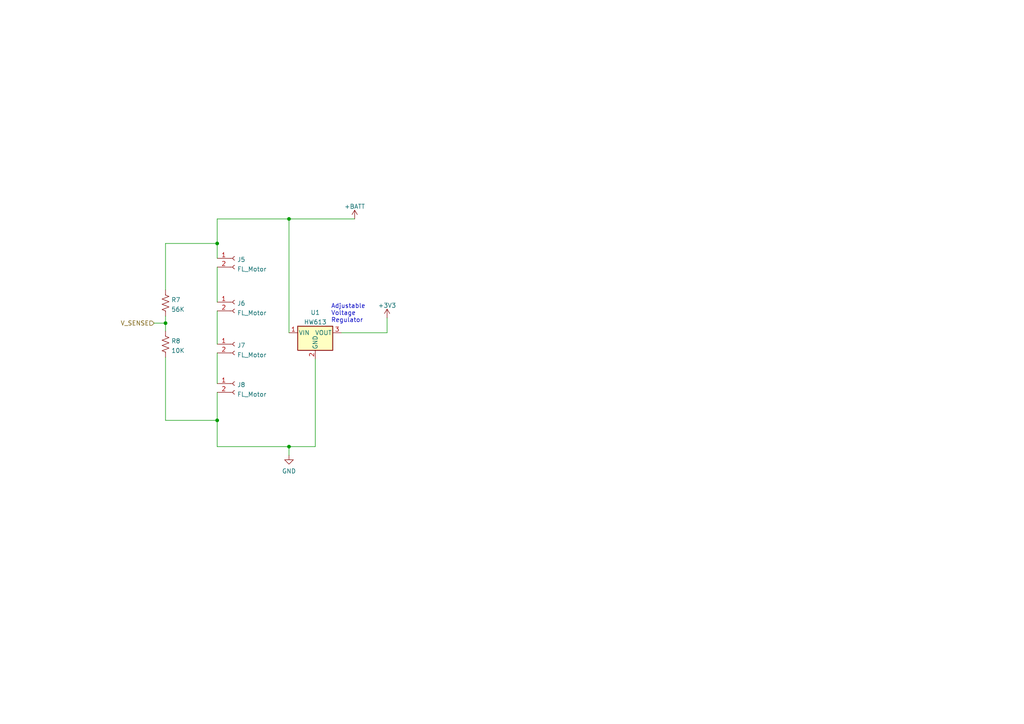
<source format=kicad_sch>
(kicad_sch (version 20211123) (generator eeschema)

  (uuid a0e9c81c-68f1-46d7-b488-7a72b177c06d)

  (paper "A4")

  (title_block
    (title "Power Supply")
    (date "2022-02-03")
    (rev "1.0")
  )

  (lib_symbols
    (symbol "Connector:Conn_01x02_Female" (pin_names (offset 1.016) hide) (in_bom yes) (on_board yes)
      (property "Reference" "J" (id 0) (at 0 2.54 0)
        (effects (font (size 1.27 1.27)))
      )
      (property "Value" "Conn_01x02_Female" (id 1) (at 0 -5.08 0)
        (effects (font (size 1.27 1.27)))
      )
      (property "Footprint" "" (id 2) (at 0 0 0)
        (effects (font (size 1.27 1.27)) hide)
      )
      (property "Datasheet" "~" (id 3) (at 0 0 0)
        (effects (font (size 1.27 1.27)) hide)
      )
      (property "ki_keywords" "connector" (id 4) (at 0 0 0)
        (effects (font (size 1.27 1.27)) hide)
      )
      (property "ki_description" "Generic connector, single row, 01x02, script generated (kicad-library-utils/schlib/autogen/connector/)" (id 5) (at 0 0 0)
        (effects (font (size 1.27 1.27)) hide)
      )
      (property "ki_fp_filters" "Connector*:*_1x??_*" (id 6) (at 0 0 0)
        (effects (font (size 1.27 1.27)) hide)
      )
      (symbol "Conn_01x02_Female_1_1"
        (arc (start 0 -2.032) (mid -0.508 -2.54) (end 0 -3.048)
          (stroke (width 0.1524) (type default) (color 0 0 0 0))
          (fill (type none))
        )
        (polyline
          (pts
            (xy -1.27 -2.54)
            (xy -0.508 -2.54)
          )
          (stroke (width 0.1524) (type default) (color 0 0 0 0))
          (fill (type none))
        )
        (polyline
          (pts
            (xy -1.27 0)
            (xy -0.508 0)
          )
          (stroke (width 0.1524) (type default) (color 0 0 0 0))
          (fill (type none))
        )
        (arc (start 0 0.508) (mid -0.508 0) (end 0 -0.508)
          (stroke (width 0.1524) (type default) (color 0 0 0 0))
          (fill (type none))
        )
        (pin passive line (at -5.08 0 0) (length 3.81)
          (name "Pin_1" (effects (font (size 1.27 1.27))))
          (number "1" (effects (font (size 1.27 1.27))))
        )
        (pin passive line (at -5.08 -2.54 0) (length 3.81)
          (name "Pin_2" (effects (font (size 1.27 1.27))))
          (number "2" (effects (font (size 1.27 1.27))))
        )
      )
    )
    (symbol "Device:R_US" (pin_numbers hide) (pin_names (offset 0)) (in_bom yes) (on_board yes)
      (property "Reference" "R" (id 0) (at 2.54 0 90)
        (effects (font (size 1.27 1.27)))
      )
      (property "Value" "R_US" (id 1) (at -2.54 0 90)
        (effects (font (size 1.27 1.27)))
      )
      (property "Footprint" "" (id 2) (at 1.016 -0.254 90)
        (effects (font (size 1.27 1.27)) hide)
      )
      (property "Datasheet" "~" (id 3) (at 0 0 0)
        (effects (font (size 1.27 1.27)) hide)
      )
      (property "ki_keywords" "R res resistor" (id 4) (at 0 0 0)
        (effects (font (size 1.27 1.27)) hide)
      )
      (property "ki_description" "Resistor, US symbol" (id 5) (at 0 0 0)
        (effects (font (size 1.27 1.27)) hide)
      )
      (property "ki_fp_filters" "R_*" (id 6) (at 0 0 0)
        (effects (font (size 1.27 1.27)) hide)
      )
      (symbol "R_US_0_1"
        (polyline
          (pts
            (xy 0 -2.286)
            (xy 0 -2.54)
          )
          (stroke (width 0) (type default) (color 0 0 0 0))
          (fill (type none))
        )
        (polyline
          (pts
            (xy 0 2.286)
            (xy 0 2.54)
          )
          (stroke (width 0) (type default) (color 0 0 0 0))
          (fill (type none))
        )
        (polyline
          (pts
            (xy 0 -0.762)
            (xy 1.016 -1.143)
            (xy 0 -1.524)
            (xy -1.016 -1.905)
            (xy 0 -2.286)
          )
          (stroke (width 0) (type default) (color 0 0 0 0))
          (fill (type none))
        )
        (polyline
          (pts
            (xy 0 0.762)
            (xy 1.016 0.381)
            (xy 0 0)
            (xy -1.016 -0.381)
            (xy 0 -0.762)
          )
          (stroke (width 0) (type default) (color 0 0 0 0))
          (fill (type none))
        )
        (polyline
          (pts
            (xy 0 2.286)
            (xy 1.016 1.905)
            (xy 0 1.524)
            (xy -1.016 1.143)
            (xy 0 0.762)
          )
          (stroke (width 0) (type default) (color 0 0 0 0))
          (fill (type none))
        )
      )
      (symbol "R_US_1_1"
        (pin passive line (at 0 3.81 270) (length 1.27)
          (name "~" (effects (font (size 1.27 1.27))))
          (number "1" (effects (font (size 1.27 1.27))))
        )
        (pin passive line (at 0 -3.81 90) (length 1.27)
          (name "~" (effects (font (size 1.27 1.27))))
          (number "2" (effects (font (size 1.27 1.27))))
        )
      )
    )
    (symbol "Regulator_Linear:AP2204R-3.3" (pin_names (offset 0.254)) (in_bom yes) (on_board yes)
      (property "Reference" "U" (id 0) (at -5.08 3.175 0)
        (effects (font (size 1.27 1.27)) (justify left))
      )
      (property "Value" "AP2204R-3.3" (id 1) (at 0 3.175 0)
        (effects (font (size 1.27 1.27)) (justify left))
      )
      (property "Footprint" "Package_TO_SOT_SMD:SOT-89-3" (id 2) (at 0 5.715 0)
        (effects (font (size 1.27 1.27)) hide)
      )
      (property "Datasheet" "https://www.diodes.com/assets/Datasheets/AP2204.pdf" (id 3) (at 0 0 0)
        (effects (font (size 1.27 1.27)) hide)
      )
      (property "ki_keywords" "linear regulator ldo fixed positive" (id 4) (at 0 0 0)
        (effects (font (size 1.27 1.27)) hide)
      )
      (property "ki_description" "150mA low dropout linear regulator, wide input voltage range, 3.3V fixed positive output, SOT-89-3 package" (id 5) (at 0 0 0)
        (effects (font (size 1.27 1.27)) hide)
      )
      (property "ki_fp_filters" "SOT?89*" (id 6) (at 0 0 0)
        (effects (font (size 1.27 1.27)) hide)
      )
      (symbol "AP2204R-3.3_0_1"
        (rectangle (start -5.08 1.905) (end 5.08 -5.08)
          (stroke (width 0.254) (type default) (color 0 0 0 0))
          (fill (type background))
        )
      )
      (symbol "AP2204R-3.3_1_1"
        (pin power_in line (at -7.62 0 0) (length 2.54)
          (name "VIN" (effects (font (size 1.27 1.27))))
          (number "1" (effects (font (size 1.27 1.27))))
        )
        (pin power_in line (at 0 -7.62 90) (length 2.54)
          (name "GND" (effects (font (size 1.27 1.27))))
          (number "2" (effects (font (size 1.27 1.27))))
        )
        (pin power_out line (at 7.62 0 180) (length 2.54)
          (name "VOUT" (effects (font (size 1.27 1.27))))
          (number "3" (effects (font (size 1.27 1.27))))
        )
      )
    )
    (symbol "power:+3V3" (power) (pin_names (offset 0)) (in_bom yes) (on_board yes)
      (property "Reference" "#PWR" (id 0) (at 0 -3.81 0)
        (effects (font (size 1.27 1.27)) hide)
      )
      (property "Value" "+3V3" (id 1) (at 0 3.556 0)
        (effects (font (size 1.27 1.27)))
      )
      (property "Footprint" "" (id 2) (at 0 0 0)
        (effects (font (size 1.27 1.27)) hide)
      )
      (property "Datasheet" "" (id 3) (at 0 0 0)
        (effects (font (size 1.27 1.27)) hide)
      )
      (property "ki_keywords" "power-flag" (id 4) (at 0 0 0)
        (effects (font (size 1.27 1.27)) hide)
      )
      (property "ki_description" "Power symbol creates a global label with name \"+3V3\"" (id 5) (at 0 0 0)
        (effects (font (size 1.27 1.27)) hide)
      )
      (symbol "+3V3_0_1"
        (polyline
          (pts
            (xy -0.762 1.27)
            (xy 0 2.54)
          )
          (stroke (width 0) (type default) (color 0 0 0 0))
          (fill (type none))
        )
        (polyline
          (pts
            (xy 0 0)
            (xy 0 2.54)
          )
          (stroke (width 0) (type default) (color 0 0 0 0))
          (fill (type none))
        )
        (polyline
          (pts
            (xy 0 2.54)
            (xy 0.762 1.27)
          )
          (stroke (width 0) (type default) (color 0 0 0 0))
          (fill (type none))
        )
      )
      (symbol "+3V3_1_1"
        (pin power_in line (at 0 0 90) (length 0) hide
          (name "+3V3" (effects (font (size 1.27 1.27))))
          (number "1" (effects (font (size 1.27 1.27))))
        )
      )
    )
    (symbol "power:+BATT" (power) (pin_names (offset 0)) (in_bom yes) (on_board yes)
      (property "Reference" "#PWR" (id 0) (at 0 -3.81 0)
        (effects (font (size 1.27 1.27)) hide)
      )
      (property "Value" "+BATT" (id 1) (at 0 3.556 0)
        (effects (font (size 1.27 1.27)))
      )
      (property "Footprint" "" (id 2) (at 0 0 0)
        (effects (font (size 1.27 1.27)) hide)
      )
      (property "Datasheet" "" (id 3) (at 0 0 0)
        (effects (font (size 1.27 1.27)) hide)
      )
      (property "ki_keywords" "power-flag battery" (id 4) (at 0 0 0)
        (effects (font (size 1.27 1.27)) hide)
      )
      (property "ki_description" "Power symbol creates a global label with name \"+BATT\"" (id 5) (at 0 0 0)
        (effects (font (size 1.27 1.27)) hide)
      )
      (symbol "+BATT_0_1"
        (polyline
          (pts
            (xy -0.762 1.27)
            (xy 0 2.54)
          )
          (stroke (width 0) (type default) (color 0 0 0 0))
          (fill (type none))
        )
        (polyline
          (pts
            (xy 0 0)
            (xy 0 2.54)
          )
          (stroke (width 0) (type default) (color 0 0 0 0))
          (fill (type none))
        )
        (polyline
          (pts
            (xy 0 2.54)
            (xy 0.762 1.27)
          )
          (stroke (width 0) (type default) (color 0 0 0 0))
          (fill (type none))
        )
      )
      (symbol "+BATT_1_1"
        (pin power_in line (at 0 0 90) (length 0) hide
          (name "+BATT" (effects (font (size 1.27 1.27))))
          (number "1" (effects (font (size 1.27 1.27))))
        )
      )
    )
    (symbol "power:GND" (power) (pin_names (offset 0)) (in_bom yes) (on_board yes)
      (property "Reference" "#PWR" (id 0) (at 0 -6.35 0)
        (effects (font (size 1.27 1.27)) hide)
      )
      (property "Value" "GND" (id 1) (at 0 -3.81 0)
        (effects (font (size 1.27 1.27)))
      )
      (property "Footprint" "" (id 2) (at 0 0 0)
        (effects (font (size 1.27 1.27)) hide)
      )
      (property "Datasheet" "" (id 3) (at 0 0 0)
        (effects (font (size 1.27 1.27)) hide)
      )
      (property "ki_keywords" "power-flag" (id 4) (at 0 0 0)
        (effects (font (size 1.27 1.27)) hide)
      )
      (property "ki_description" "Power symbol creates a global label with name \"GND\" , ground" (id 5) (at 0 0 0)
        (effects (font (size 1.27 1.27)) hide)
      )
      (symbol "GND_0_1"
        (polyline
          (pts
            (xy 0 0)
            (xy 0 -1.27)
            (xy 1.27 -1.27)
            (xy 0 -2.54)
            (xy -1.27 -1.27)
            (xy 0 -1.27)
          )
          (stroke (width 0) (type default) (color 0 0 0 0))
          (fill (type none))
        )
      )
      (symbol "GND_1_1"
        (pin power_in line (at 0 0 270) (length 0) hide
          (name "GND" (effects (font (size 1.27 1.27))))
          (number "1" (effects (font (size 1.27 1.27))))
        )
      )
    )
  )

  (junction (at 48.006 93.726) (diameter 0) (color 0 0 0 0)
    (uuid 14e8b4a0-2028-465c-af28-f782e4873dfb)
  )
  (junction (at 62.992 121.92) (diameter 0) (color 0 0 0 0)
    (uuid 65aa4080-5ab2-4e7e-b7f7-a04be696d30d)
  )
  (junction (at 83.82 129.54) (diameter 0) (color 0 0 0 0)
    (uuid 944c5a22-135e-429b-bb88-515d1abb227a)
  )
  (junction (at 83.82 63.5) (diameter 0) (color 0 0 0 0)
    (uuid a66e0c68-e9c8-4cbd-935d-b773d435b90a)
  )
  (junction (at 62.992 70.612) (diameter 0) (color 0 0 0 0)
    (uuid c04fb8e0-4ee2-4ffa-9ca0-dc7156f74444)
  )

  (wire (pts (xy 83.82 96.52) (xy 83.82 63.5))
    (stroke (width 0) (type default) (color 0 0 0 0))
    (uuid 1227b92e-95aa-44b3-94c6-31111e65493d)
  )
  (wire (pts (xy 48.006 121.92) (xy 48.006 103.632))
    (stroke (width 0) (type default) (color 0 0 0 0))
    (uuid 2e1fa343-71b9-440e-b66d-62317ab7f9e2)
  )
  (wire (pts (xy 62.992 63.5) (xy 83.82 63.5))
    (stroke (width 0) (type default) (color 0 0 0 0))
    (uuid 3649a7a1-4fca-4d5d-a416-e6315a5daf12)
  )
  (wire (pts (xy 62.992 70.612) (xy 62.992 63.5))
    (stroke (width 0) (type default) (color 0 0 0 0))
    (uuid 3ac7d90d-bd5e-420b-8714-33a947912731)
  )
  (wire (pts (xy 83.82 129.54) (xy 83.82 132.08))
    (stroke (width 0) (type default) (color 0 0 0 0))
    (uuid 3afa2005-4826-4ca7-b11e-65ae1d3b9ec3)
  )
  (wire (pts (xy 62.992 90.17) (xy 62.992 99.822))
    (stroke (width 0) (type default) (color 0 0 0 0))
    (uuid 434f3730-50b2-437a-a162-79554b46b767)
  )
  (wire (pts (xy 48.006 91.694) (xy 48.006 93.726))
    (stroke (width 0) (type default) (color 0 0 0 0))
    (uuid 4824e982-1c51-4624-bd76-fc1755247f73)
  )
  (wire (pts (xy 44.704 93.726) (xy 48.006 93.726))
    (stroke (width 0) (type default) (color 0 0 0 0))
    (uuid 4d43260d-42b8-49d3-b6fd-5995851fbaa4)
  )
  (wire (pts (xy 62.992 129.54) (xy 83.82 129.54))
    (stroke (width 0) (type default) (color 0 0 0 0))
    (uuid 514c5d4f-e057-485b-b320-14cc4b9d65b7)
  )
  (wire (pts (xy 62.992 121.92) (xy 48.006 121.92))
    (stroke (width 0) (type default) (color 0 0 0 0))
    (uuid 59e8d9e3-d19b-4c58-9e35-fcf5c6e1adc1)
  )
  (wire (pts (xy 48.006 93.726) (xy 48.006 96.012))
    (stroke (width 0) (type default) (color 0 0 0 0))
    (uuid 76a3fd4e-9218-423e-9c54-2123ea61e7c5)
  )
  (wire (pts (xy 83.82 63.5) (xy 102.87 63.5))
    (stroke (width 0) (type default) (color 0 0 0 0))
    (uuid 7b9a372d-e2b9-4a76-8ba8-d5700296896d)
  )
  (wire (pts (xy 62.992 77.47) (xy 62.992 87.63))
    (stroke (width 0) (type default) (color 0 0 0 0))
    (uuid 8f0b6629-3cca-4ae0-a9c3-0386a87cf326)
  )
  (wire (pts (xy 62.992 74.93) (xy 62.992 70.612))
    (stroke (width 0) (type default) (color 0 0 0 0))
    (uuid 96b29609-44cc-44b6-ba4e-906e8e250ea3)
  )
  (wire (pts (xy 48.006 70.612) (xy 48.006 84.074))
    (stroke (width 0) (type default) (color 0 0 0 0))
    (uuid a652ae63-85f4-42aa-9810-b30cc8709815)
  )
  (wire (pts (xy 48.006 70.612) (xy 62.992 70.612))
    (stroke (width 0) (type default) (color 0 0 0 0))
    (uuid ac6646bf-7163-47c3-acb9-58631bb67a0a)
  )
  (wire (pts (xy 83.82 129.54) (xy 91.44 129.54))
    (stroke (width 0) (type default) (color 0 0 0 0))
    (uuid b869e77a-794f-454c-b7b1-f386d4565656)
  )
  (wire (pts (xy 62.992 102.362) (xy 62.992 111.252))
    (stroke (width 0) (type default) (color 0 0 0 0))
    (uuid c5ce3c8c-fbbc-465f-b49f-da4db5ed6155)
  )
  (wire (pts (xy 99.06 96.52) (xy 112.268 96.52))
    (stroke (width 0) (type default) (color 0 0 0 0))
    (uuid c6359edf-af15-494b-b6ad-702bbfd98e33)
  )
  (wire (pts (xy 62.992 113.792) (xy 62.992 121.92))
    (stroke (width 0) (type default) (color 0 0 0 0))
    (uuid d1f93c7c-6d79-4777-88ee-f35ad4a067db)
  )
  (wire (pts (xy 91.44 104.14) (xy 91.44 129.54))
    (stroke (width 0) (type default) (color 0 0 0 0))
    (uuid e3041e99-c8dc-406e-a32c-12c20f479a92)
  )
  (wire (pts (xy 62.992 129.54) (xy 62.992 121.92))
    (stroke (width 0) (type default) (color 0 0 0 0))
    (uuid ee6a42a2-3bc5-4beb-829d-a5563b9c278e)
  )
  (wire (pts (xy 112.268 92.202) (xy 112.268 96.52))
    (stroke (width 0) (type default) (color 0 0 0 0))
    (uuid f7439e6c-99d8-4a4c-be57-9cc40a6b3afa)
  )

  (text "Adjustable\nVoltage\nRegulator\n" (at 96.012 93.726 0)
    (effects (font (size 1.27 1.27)) (justify left bottom))
    (uuid b53ea637-c685-417c-bb99-0c953c9dbc64)
  )

  (hierarchical_label "V_SENSE" (shape input) (at 44.704 93.726 180)
    (effects (font (size 1.27 1.27)) (justify right))
    (uuid f5265a1f-0420-4103-b129-970b581b51d4)
  )

  (symbol (lib_id "power:GND") (at 83.82 132.08 0) (unit 1)
    (in_bom yes) (on_board yes) (fields_autoplaced)
    (uuid 0a7f877f-15f0-4824-870d-4ab611d44dff)
    (property "Reference" "#PWR?" (id 0) (at 83.82 138.43 0)
      (effects (font (size 1.27 1.27)) hide)
    )
    (property "Value" "GND" (id 1) (at 83.82 136.6425 0))
    (property "Footprint" "" (id 2) (at 83.82 132.08 0)
      (effects (font (size 1.27 1.27)) hide)
    )
    (property "Datasheet" "" (id 3) (at 83.82 132.08 0)
      (effects (font (size 1.27 1.27)) hide)
    )
    (pin "1" (uuid d97e4219-e84a-4738-a309-4c468cab72d7))
  )

  (symbol (lib_id "Device:R_US") (at 48.006 87.884 180) (unit 1)
    (in_bom yes) (on_board yes) (fields_autoplaced)
    (uuid 0d14fb76-2d74-4c4b-ad79-21a15ad62ddf)
    (property "Reference" "R7" (id 0) (at 49.657 86.9755 0)
      (effects (font (size 1.27 1.27)) (justify right))
    )
    (property "Value" "56K" (id 1) (at 49.657 89.7506 0)
      (effects (font (size 1.27 1.27)) (justify right))
    )
    (property "Footprint" "" (id 2) (at 46.99 87.63 90)
      (effects (font (size 1.27 1.27)) hide)
    )
    (property "Datasheet" "~" (id 3) (at 48.006 87.884 0)
      (effects (font (size 1.27 1.27)) hide)
    )
    (pin "1" (uuid 678371d1-8577-43c1-baa9-9b803e057d29))
    (pin "2" (uuid c22786a7-f49f-451b-af7e-5fe554f2b8ee))
  )

  (symbol (lib_id "Device:R_US") (at 48.006 99.822 180) (unit 1)
    (in_bom yes) (on_board yes) (fields_autoplaced)
    (uuid 1665203f-a52a-47b2-9f18-d8b2cb2b18bf)
    (property "Reference" "R8" (id 0) (at 49.657 98.9135 0)
      (effects (font (size 1.27 1.27)) (justify right))
    )
    (property "Value" "10K" (id 1) (at 49.657 101.6886 0)
      (effects (font (size 1.27 1.27)) (justify right))
    )
    (property "Footprint" "" (id 2) (at 46.99 99.568 90)
      (effects (font (size 1.27 1.27)) hide)
    )
    (property "Datasheet" "~" (id 3) (at 48.006 99.822 0)
      (effects (font (size 1.27 1.27)) hide)
    )
    (pin "1" (uuid 86c8dc0d-922a-4b9f-b5b8-453b60474956))
    (pin "2" (uuid c71a2462-efa8-44c4-894e-0e82d70a56c1))
  )

  (symbol (lib_id "Connector:Conn_01x02_Female") (at 68.072 99.822 0) (unit 1)
    (in_bom yes) (on_board yes) (fields_autoplaced)
    (uuid 48e71ca1-f4cd-45df-b720-e1c896ce0fde)
    (property "Reference" "J7" (id 0) (at 68.7832 100.1835 0)
      (effects (font (size 1.27 1.27)) (justify left))
    )
    (property "Value" "FL_Motor" (id 1) (at 68.7832 102.9586 0)
      (effects (font (size 1.27 1.27)) (justify left))
    )
    (property "Footprint" "" (id 2) (at 68.072 99.822 0)
      (effects (font (size 1.27 1.27)) hide)
    )
    (property "Datasheet" "~" (id 3) (at 68.072 99.822 0)
      (effects (font (size 1.27 1.27)) hide)
    )
    (pin "1" (uuid 2df7f87f-3f10-4034-adf7-4eeb8965f264))
    (pin "2" (uuid 6d683c44-df83-485c-9002-179e9a9c6707))
  )

  (symbol (lib_id "Regulator_Linear:AP2204R-3.3") (at 91.44 96.52 0) (unit 1)
    (in_bom yes) (on_board yes) (fields_autoplaced)
    (uuid 52228708-9ef3-44ce-a2d0-4ac892ab4802)
    (property "Reference" "U1" (id 0) (at 91.44 90.6485 0))
    (property "Value" "HW613" (id 1) (at 91.44 93.4236 0))
    (property "Footprint" "Package_TO_SOT_SMD:SOT-89-3" (id 2) (at 91.44 90.805 0)
      (effects (font (size 1.27 1.27)) hide)
    )
    (property "Datasheet" "https://www.diodes.com/assets/Datasheets/AP2204.pdf" (id 3) (at 91.44 96.52 0)
      (effects (font (size 1.27 1.27)) hide)
    )
    (pin "1" (uuid 9b16ffa9-21c6-48a1-8ad8-8ffcc2e12139))
    (pin "2" (uuid a130acb2-a69a-48af-9280-23a04c8d0035))
    (pin "3" (uuid 37c1bd6b-f84c-4180-bb13-3c1a0be9d0a8))
  )

  (symbol (lib_id "power:+3V3") (at 112.268 92.202 0) (unit 1)
    (in_bom yes) (on_board yes) (fields_autoplaced)
    (uuid 58e55417-2460-4d11-a345-8919737fd263)
    (property "Reference" "#PWR?" (id 0) (at 112.268 96.012 0)
      (effects (font (size 1.27 1.27)) hide)
    )
    (property "Value" "+3V3" (id 1) (at 112.268 88.5975 0))
    (property "Footprint" "" (id 2) (at 112.268 92.202 0)
      (effects (font (size 1.27 1.27)) hide)
    )
    (property "Datasheet" "" (id 3) (at 112.268 92.202 0)
      (effects (font (size 1.27 1.27)) hide)
    )
    (pin "1" (uuid 2ed390b8-1c95-426e-9551-531c10fcd328))
  )

  (symbol (lib_id "power:+BATT") (at 102.87 63.5 0) (unit 1)
    (in_bom yes) (on_board yes) (fields_autoplaced)
    (uuid 59fd459a-02d4-410e-aa1d-7522a53a99be)
    (property "Reference" "#PWR?" (id 0) (at 102.87 67.31 0)
      (effects (font (size 1.27 1.27)) hide)
    )
    (property "Value" "+BATT" (id 1) (at 102.87 59.8955 0))
    (property "Footprint" "" (id 2) (at 102.87 63.5 0)
      (effects (font (size 1.27 1.27)) hide)
    )
    (property "Datasheet" "" (id 3) (at 102.87 63.5 0)
      (effects (font (size 1.27 1.27)) hide)
    )
    (pin "1" (uuid 500e59f6-a416-47e7-b4cb-6f99508406ce))
  )

  (symbol (lib_id "Connector:Conn_01x02_Female") (at 68.072 111.252 0) (unit 1)
    (in_bom yes) (on_board yes) (fields_autoplaced)
    (uuid 899c062c-0baf-4dc6-9f04-f23d03bad0f3)
    (property "Reference" "J8" (id 0) (at 68.7832 111.6135 0)
      (effects (font (size 1.27 1.27)) (justify left))
    )
    (property "Value" "FL_Motor" (id 1) (at 68.7832 114.3886 0)
      (effects (font (size 1.27 1.27)) (justify left))
    )
    (property "Footprint" "" (id 2) (at 68.072 111.252 0)
      (effects (font (size 1.27 1.27)) hide)
    )
    (property "Datasheet" "~" (id 3) (at 68.072 111.252 0)
      (effects (font (size 1.27 1.27)) hide)
    )
    (pin "1" (uuid 65414da6-0fab-4bdd-88e3-46fd2a7de660))
    (pin "2" (uuid 90c15230-7ea7-4530-b504-c2ec2462711b))
  )

  (symbol (lib_id "Connector:Conn_01x02_Female") (at 68.072 87.63 0) (unit 1)
    (in_bom yes) (on_board yes) (fields_autoplaced)
    (uuid a2569d72-a8d9-47b5-b992-68b0ceb12579)
    (property "Reference" "J6" (id 0) (at 68.7832 87.9915 0)
      (effects (font (size 1.27 1.27)) (justify left))
    )
    (property "Value" "FL_Motor" (id 1) (at 68.7832 90.7666 0)
      (effects (font (size 1.27 1.27)) (justify left))
    )
    (property "Footprint" "" (id 2) (at 68.072 87.63 0)
      (effects (font (size 1.27 1.27)) hide)
    )
    (property "Datasheet" "~" (id 3) (at 68.072 87.63 0)
      (effects (font (size 1.27 1.27)) hide)
    )
    (pin "1" (uuid 5c9f0fe4-5ce5-42d6-91c5-63f8741111d9))
    (pin "2" (uuid 1cce2efa-b9cc-494a-8456-5621330f7303))
  )

  (symbol (lib_id "Connector:Conn_01x02_Female") (at 68.072 74.93 0) (unit 1)
    (in_bom yes) (on_board yes) (fields_autoplaced)
    (uuid fa6764b9-e02a-4ddd-b9b5-0e72b8ca13c1)
    (property "Reference" "J5" (id 0) (at 68.7832 75.2915 0)
      (effects (font (size 1.27 1.27)) (justify left))
    )
    (property "Value" "FL_Motor" (id 1) (at 68.7832 78.0666 0)
      (effects (font (size 1.27 1.27)) (justify left))
    )
    (property "Footprint" "" (id 2) (at 68.072 74.93 0)
      (effects (font (size 1.27 1.27)) hide)
    )
    (property "Datasheet" "~" (id 3) (at 68.072 74.93 0)
      (effects (font (size 1.27 1.27)) hide)
    )
    (pin "1" (uuid 6cf1b382-d6ba-4c0f-a1f3-878cd5aec978))
    (pin "2" (uuid 034c9615-b031-49fe-b327-e7f9e49c7692))
  )
)

</source>
